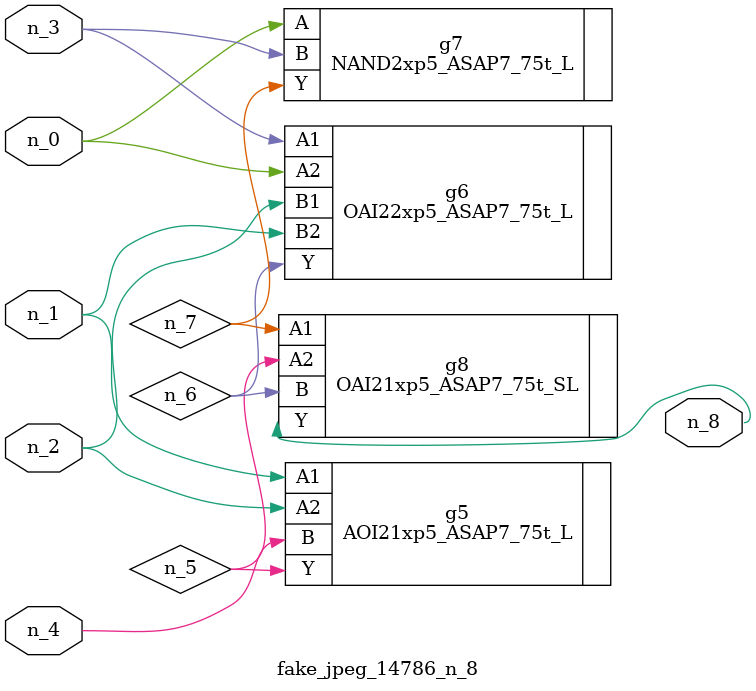
<source format=v>
module fake_jpeg_14786_n_8 (n_3, n_2, n_1, n_0, n_4, n_8);

input n_3;
input n_2;
input n_1;
input n_0;
input n_4;

output n_8;

wire n_6;
wire n_5;
wire n_7;

AOI21xp5_ASAP7_75t_L g5 ( 
.A1(n_1),
.A2(n_2),
.B(n_4),
.Y(n_5)
);

OAI22xp5_ASAP7_75t_L g6 ( 
.A1(n_3),
.A2(n_0),
.B1(n_2),
.B2(n_1),
.Y(n_6)
);

NAND2xp5_ASAP7_75t_L g7 ( 
.A(n_0),
.B(n_3),
.Y(n_7)
);

OAI21xp5_ASAP7_75t_SL g8 ( 
.A1(n_7),
.A2(n_5),
.B(n_6),
.Y(n_8)
);


endmodule
</source>
